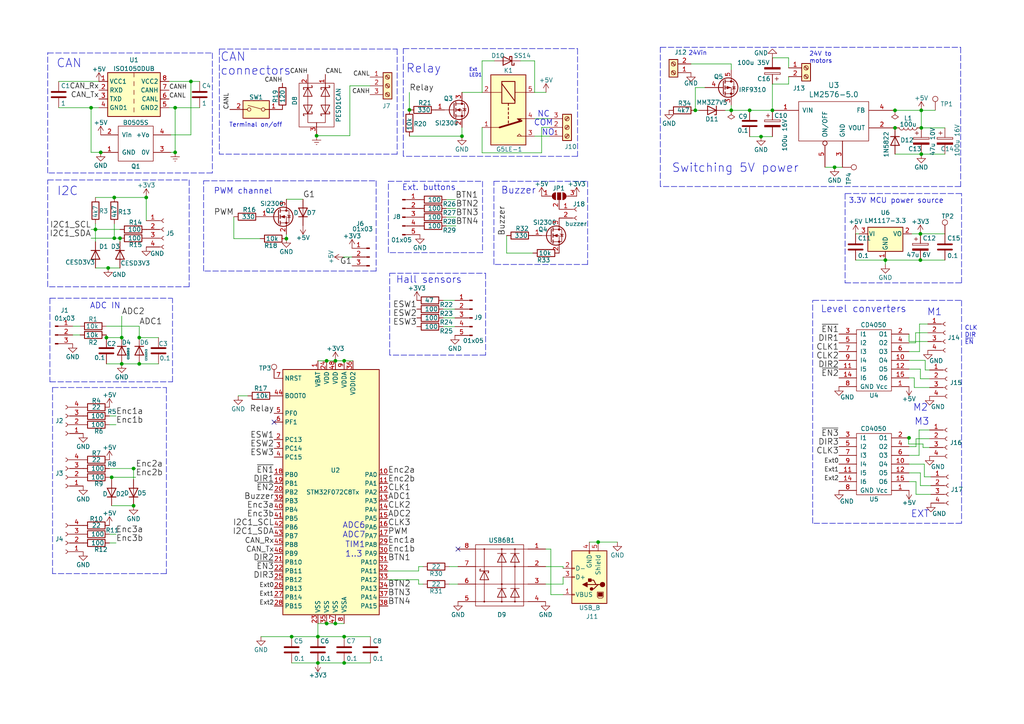
<source format=kicad_sch>
(kicad_sch (version 20211123) (generator eeschema)
  (paper "A4")
  (title_block (title "STM32F0x2 based USB<>CAN converter (isolated)") (company "SAO RAS"))
  (junction (at 35.306 97.917))
  (junction (at 266.954 67.818))
  (junction (at 266.954 75.438))
  (junction (at 84.582 184.658))
  (junction (at 99.822 192.278))
  (junction (at 26.416 31.242))
  (junction (at 267.208 37.084))
  (junction (at 38.735 135.89))
  (junction (at 256.794 75.438))
  (junction (at 217.424 32.004))
  (junction (at 263.652 127))
  (junction (at 33.147 69.088))
  (junction (at 29.21 44.196))
  (junction (at 50.8 31.242))
  (junction (at 91.821 39.37))
  (junction (at 50.8 44.196))
  (junction (at 34.798 69.088))
  (junction (at 31.369 77.724))
  (junction (at 42.418 57.277))
  (junction (at 97.282 104.648))
  (junction (at 99.822 104.648))
  (junction (at 94.742 104.648))
  (junction (at 83.058 69.215))
  (junction (at 173.482 157.226))
  (junction (at 94.742 180.848))
  (junction (at 97.282 180.848))
  (junction (at 242.062 48.514))
  (junction (at 118.745 31.877))
  (junction (at 30.861 97.917))
  (junction (at 267.208 44.704))
  (junction (at 259.588 37.084))
  (junction (at 99.822 184.658))
  (junction (at 92.202 184.658))
  (junction (at 38.735 146.685))
  (junction (at 133.985 39.497))
  (junction (at 201.676 32.004))
  (junction (at 27.686 66.548))
  (junction (at 40.386 105.537))
  (junction (at 92.202 192.278))
  (junction (at 212.09 32.004))
  (junction (at 35.306 105.537))
  (junction (at 267.208 32.004))
  (junction (at 55.372 23.622))
  (junction (at 40.386 97.917))
  (junction (at 32.385 138.43))
  (junction (at 33.147 57.277))
  (junction (at 259.588 32.004))
  (junction (at 220.726 39.624))
  (junction (at 224.028 32.004))
  (no_connect (at 132.842 159.258))
  (no_connect (at 324.104 199.009))
  (no_connect (at 79.502 122.428))
  (no_connect (at 323.85 180.848))
  (no_connect (at 323.85 187.198))
  (no_connect (at 324.104 192.659))
  (wire (pts (xy 265.176 109.601) (xy 265.176 112.395)))
  (wire (pts (xy 224.155 32.004) (xy 224.028 32.004)))
  (wire (pts (xy 30.861 97.155) (xy 30.861 97.917)))
  (wire (pts (xy 31.75 138.43) (xy 32.385 138.43)))
  (wire (pts (xy 267.208 32.004) (xy 259.588 32.004)))
  (polyline (pts (xy 278.892 87.122) (xy 278.892 151.765)))
  (wire (pts (xy 83.058 69.215) (xy 83.058 67.945)))
  (wire (pts (xy 39.37 135.89) (xy 38.735 135.89)))
  (wire (pts (xy 128.524 92.202) (xy 131.953 92.202)))
  (wire (pts (xy 157.099 44.323) (xy 139.827 44.323)))
  (wire (pts (xy 129.413 57.912) (xy 132.08 57.912)))
  (wire (pts (xy 49.53 39.116) (xy 55.372 39.116)))
  (wire (pts (xy 263.652 132.08) (xy 266.573 132.08)))
  (wire (pts (xy 266.954 140.843) (xy 270.002 140.843)))
  (wire (pts (xy 33.655 123.19) (xy 31.75 123.19)))
  (wire (pts (xy 263.652 99.441) (xy 265.557 99.441)))
  (polyline (pts (xy 140.843 79.248) (xy 140.843 102.997)))
  (wire (pts (xy 92.202 184.658) (xy 99.822 184.658)))
  (wire (pts (xy 269.113 99.06) (xy 263.652 99.06)))
  (wire (pts (xy 40.386 97.917) (xy 40.386 94.615)))
  (wire (pts (xy 267.208 44.704) (xy 259.588 44.704)))
  (wire (pts (xy 267.716 128.778) (xy 263.525 128.778)))
  (wire (pts (xy 224.028 32.004) (xy 224.028 24.384)))
  (polyline (pts (xy 13.843 50.165) (xy 13.843 15.24)))
  (polyline (pts (xy 170.434 52.578) (xy 170.434 76.708)))
  (wire (pts (xy 101.473 24.892) (xy 101.473 39.37)))
  (polyline (pts (xy 48.26 166.37) (xy 15.24 166.37)))
  (wire (pts (xy 274.066 67.818) (xy 266.954 67.818)))
  (wire (pts (xy 266.7 93.98) (xy 269.113 93.98)))
  (wire (pts (xy 264.414 67.818) (xy 266.954 67.818)))
  (wire (pts (xy 35.306 97.917) (xy 30.861 97.917)))
  (wire (pts (xy 263.652 101.981) (xy 266.7 101.981)))
  (wire (pts (xy 263.652 129.54) (xy 265.684 129.54)))
  (wire (pts (xy 242.062 48.514) (xy 239.268 48.514)))
  (wire (pts (xy 132.842 169.418) (xy 130.302 169.418)))
  (wire (pts (xy 129.413 62.992) (xy 132.207 62.992)))
  (polyline (pts (xy 59.055 52.451) (xy 109.093 52.451)))
  (wire (pts (xy 17.018 31.242) (xy 26.416 31.242)))
  (polyline (pts (xy 167.513 14.097) (xy 167.513 45.339)))
  (wire (pts (xy 49.022 31.242) (xy 50.8 31.242)))
  (polyline (pts (xy 109.093 52.451) (xy 109.093 78.613)))
  (wire (pts (xy 33.655 154.94) (xy 31.75 154.94)))
  (wire (pts (xy 42.418 57.277) (xy 42.418 64.008)))
  (wire (pts (xy 212.09 18.542) (xy 212.09 20.32)))
  (wire (pts (xy 265.557 96.52) (xy 269.113 96.52)))
  (wire (pts (xy 97.282 104.648) (xy 99.822 104.648)))
  (wire (pts (xy 67.818 62.865) (xy 67.818 69.215)))
  (polyline (pts (xy 112.649 73.279) (xy 112.649 52.578)))
  (wire (pts (xy 163.322 172.466) (xy 159.766 172.466)))
  (wire (pts (xy 121.412 169.418) (xy 121.412 168.148)))
  (wire (pts (xy 274.066 75.438) (xy 266.954 75.438)))
  (wire (pts (xy 27.686 57.277) (xy 33.147 57.277)))
  (polyline (pts (xy 235.839 87.122) (xy 278.892 87.122)))
  (wire (pts (xy 97.282 180.848) (xy 99.822 180.848)))
  (wire (pts (xy 55.372 23.622) (xy 57.912 23.622)))
  (polyline (pts (xy 15.24 112.395) (xy 48.26 112.395)))
  (wire (pts (xy 17.018 23.622) (xy 28.702 23.622)))
  (wire (pts (xy 92.202 184.658) (xy 92.202 180.848)))
  (wire (pts (xy 263.652 107.061) (xy 266.954 107.061)))
  (wire (pts (xy 67.818 69.215) (xy 75.438 69.215)))
  (wire (pts (xy 220.726 39.624) (xy 224.028 39.624)))
  (polyline (pts (xy 13.843 83.185) (xy 13.843 52.197)))
  (wire (pts (xy 212.09 32.004) (xy 212.09 30.48)))
  (wire (pts (xy 112.522 165.608) (xy 121.412 165.608)))
  (wire (pts (xy 224.028 16.764) (xy 228.727 16.764)))
  (wire (pts (xy 266.573 132.08) (xy 266.573 124.714)))
  (wire (pts (xy 266.7 101.981) (xy 266.7 93.98)))
  (wire (pts (xy 45.974 97.917) (xy 40.386 97.917)))
  (wire (pts (xy 30.861 105.537) (xy 35.306 105.537)))
  (wire (pts (xy 265.684 139.7) (xy 265.684 143.383)))
  (wire (pts (xy 249.174 67.818) (xy 248.158 67.818)))
  (wire (pts (xy 200.406 18.542) (xy 212.09 18.542)))
  (wire (pts (xy 121.412 164.338) (xy 122.682 164.338)))
  (wire (pts (xy 244.348 48.514) (xy 242.062 48.514)))
  (wire (pts (xy 94.742 104.648) (xy 97.282 104.648)))
  (wire (pts (xy 228.727 22.225) (xy 228.727 24.384)))
  (wire (pts (xy 201.676 25.4) (xy 204.47 25.4)))
  (wire (pts (xy 129.413 65.532) (xy 132.207 65.532)))
  (wire (pts (xy 159.385 36.957) (xy 157.099 36.957)))
  (polyline (pts (xy 61.595 50.165) (xy 13.843 50.165)))
  (wire (pts (xy 122.682 169.418) (xy 121.412 169.418)))
  (polyline (pts (xy 14.478 86.487) (xy 49.911 86.487)))
  (polyline (pts (xy 170.434 76.708) (xy 143.256 76.708)))
  (polyline (pts (xy 61.595 15.367) (xy 61.595 50.165)))
  (wire (pts (xy 133.985 39.497) (xy 133.985 36.957)))
  (wire (pts (xy 157.099 36.957) (xy 157.099 44.323)))
  (wire (pts (xy 49.022 23.622) (xy 55.372 23.622)))
  (wire (pts (xy 146.939 73.406) (xy 146.939 68.326)))
  (wire (pts (xy 32.385 138.43) (xy 32.385 139.065)))
  (polyline (pts (xy 59.055 78.613) (xy 59.055 52.451)))
  (wire (pts (xy 263.525 127) (xy 263.652 127)))
  (wire (pts (xy 263.652 139.7) (xy 265.684 139.7)))
  (polyline (pts (xy 139.954 73.279) (xy 112.649 73.279)))
  (wire (pts (xy 163.322 164.846) (xy 163.322 164.338)))
  (polyline (pts (xy 15.24 166.37) (xy 15.24 112.395)))
  (wire (pts (xy 274.066 37.084) (xy 267.208 37.084)))
  (polyline (pts (xy 191.516 13.716) (xy 278.638 13.716)))
  (wire (pts (xy 263.652 137.16) (xy 266.954 137.16)))
  (wire (pts (xy 55.372 39.116) (xy 55.372 23.622)))
  (wire (pts (xy 35.306 97.917) (xy 35.306 91.694)))
  (wire (pts (xy 163.322 164.338) (xy 158.242 164.338)))
  (wire (pts (xy 173.482 157.226) (xy 179.07 157.226)))
  (polyline (pts (xy 63.627 14.224) (xy 115.189 14.224)))
  (wire (pts (xy 33.147 64.897) (xy 33.147 69.088)))
  (wire (pts (xy 32.385 138.43) (xy 39.37 138.43)))
  (wire (pts (xy 27.686 66.548) (xy 34.798 66.548)))
  (polyline (pts (xy 115.189 44.704) (xy 63.627 44.704)))
  (wire (pts (xy 27.686 66.548) (xy 27.686 70.104)))
  (polyline (pts (xy 139.954 52.578) (xy 139.954 73.279)))
  (polyline (pts (xy 14.478 110.744) (xy 50.038 110.744)))
  (wire (pts (xy 201.676 32.004) (xy 201.676 25.4)))
  (wire (pts (xy 35.306 105.537) (xy 40.386 105.537)))
  (wire (pts (xy 139.827 26.797) (xy 133.985 26.797)))
  (wire (pts (xy 154.559 73.406) (xy 146.939 73.406)))
  (wire (pts (xy 263.652 109.601) (xy 265.176 109.601)))
  (wire (pts (xy 71.882 114.808) (xy 69.088 114.808)))
  (wire (pts (xy 31.369 77.724) (xy 34.798 77.724)))
  (wire (pts (xy 131.953 87.122) (xy 128.524 87.122)))
  (wire (pts (xy 265.684 129.54) (xy 265.684 127.254)))
  (wire (pts (xy 29.21 44.196) (xy 26.416 44.196)))
  (wire (pts (xy 33.655 157.48) (xy 31.75 157.48)))
  (wire (pts (xy 92.202 180.848) (xy 94.742 180.848)))
  (wire (pts (xy 267.716 129.794) (xy 267.716 128.778)))
  (wire (pts (xy 118.745 39.497) (xy 133.985 39.497)))
  (wire (pts (xy 91.821 39.37) (xy 101.473 39.37)))
  (polyline (pts (xy 140.843 102.997) (xy 113.03 102.997)))
  (wire (pts (xy 265.684 127.254) (xy 269.621 127.254)))
  (wire (pts (xy 99.822 184.658) (xy 107.442 184.658)))
  (polyline (pts (xy 54.864 52.197) (xy 54.864 83.185)))
  (polyline (pts (xy 14.478 86.487) (xy 14.478 110.744)))
  (polyline (pts (xy 116.967 14.097) (xy 167.513 14.097)))
  (wire (pts (xy 270.002 138.303) (xy 268.097 138.303)))
  (polyline (pts (xy 13.843 15.367) (xy 61.595 15.367)))
  (wire (pts (xy 21.082 94.615) (xy 23.241 94.615)))
  (wire (pts (xy 130.302 164.338) (xy 132.842 164.338)))
  (wire (pts (xy 210.312 32.004) (xy 212.09 32.004)))
  (wire (pts (xy 33.147 69.088) (xy 34.798 69.088)))
  (wire (pts (xy 163.322 169.418) (xy 163.322 167.386)))
  (wire (pts (xy 34.798 70.104) (xy 34.798 69.088)))
  (wire (pts (xy 128.524 94.742) (xy 131.953 94.742)))
  (wire (pts (xy 256.794 75.438) (xy 266.954 75.438)))
  (wire (pts (xy 33.147 69.088) (xy 26.416 69.088)))
  (wire (pts (xy 155.067 34.417) (xy 159.385 34.417)))
  (wire (pts (xy 57.912 31.242) (xy 50.8 31.242)))
  (wire (pts (xy 217.424 32.004) (xy 224.028 32.004)))
  (wire (pts (xy 107.442 192.278) (xy 99.822 192.278)))
  (polyline (pts (xy 113.03 79.248) (xy 140.843 79.248)))
  (wire (pts (xy 33.147 57.277) (xy 42.418 57.277)))
  (wire (pts (xy 266.954 109.855) (xy 269.621 109.855)))
  (wire (pts (xy 228.727 24.384) (xy 224.028 24.384)))
  (polyline (pts (xy 235.712 151.765) (xy 235.712 87.122)))
  (wire (pts (xy 87.884 57.785) (xy 83.058 57.785)))
  (wire (pts (xy 217.424 39.624) (xy 220.726 39.624)))
  (wire (pts (xy 143.383 17.653) (xy 139.827 17.653)))
  (wire (pts (xy 38.735 135.89) (xy 31.75 135.89)))
  (wire (pts (xy 266.573 124.714) (xy 269.621 124.714)))
  (wire (pts (xy 84.582 192.278) (xy 92.202 192.278)))
  (wire (pts (xy 267.208 37.084) (xy 267.208 32.004)))
  (wire (pts (xy 158.242 169.418) (xy 163.322 169.418)))
  (wire (pts (xy 84.582 184.658) (xy 92.202 184.658)))
  (polyline (pts (xy 50.038 110.744) (xy 50.038 86.487)))
  (wire (pts (xy 32.385 146.685) (xy 38.735 146.685)))
  (polyline (pts (xy 48.26 112.395) (xy 48.26 166.37)))
  (polyline (pts (xy 54.864 83.185) (xy 13.843 83.185)))
  (polyline (pts (xy 278.638 54.102) (xy 191.516 54.102)))
  (wire (pts (xy 263.525 128.778) (xy 263.525 127)))
  (wire (pts (xy 265.557 99.441) (xy 265.557 96.52)))
  (polyline (pts (xy 245.11 82.042) (xy 278.892 82.042)))
  (polyline (pts (xy 13.843 52.197) (xy 54.864 52.197)))
  (wire (pts (xy 155.067 26.797) (xy 158.369 26.797)))
  (wire (pts (xy 170.942 157.226) (xy 173.482 157.226)))
  (wire (pts (xy 268.351 107.315) (xy 269.621 107.315)))
  (wire (pts (xy 121.412 168.148) (xy 112.522 168.148)))
  (polyline (pts (xy 143.256 52.578) (xy 170.434 52.578)))
  (wire (pts (xy 33.655 120.65) (xy 31.75 120.65)))
  (polyline (pts (xy 113.03 102.997) (xy 113.03 79.248)))
  (wire (pts (xy 118.745 31.877) (xy 118.745 26.797)))
  (wire (pts (xy 121.412 165.608) (xy 121.412 164.338)))
  (wire (pts (xy 92.202 192.278) (xy 99.822 192.278)))
  (wire (pts (xy 50.8 31.242) (xy 50.8 44.196)))
  (wire (pts (xy 75.692 184.658) (xy 84.582 184.658)))
  (wire (pts (xy 26.416 66.548) (xy 27.686 66.548)))
  (wire (pts (xy 50.8 44.196) (xy 49.53 44.196)))
  (polyline (pts (xy 167.513 45.339) (xy 116.967 45.339)))
  (polyline (pts (xy 112.649 52.578) (xy 139.954 52.578)))
  (wire (pts (xy 40.386 94.615) (xy 30.861 94.615)))
  (wire (pts (xy 228.727 16.764) (xy 228.727 19.685)))
  (wire (pts (xy 263.652 99.06) (xy 263.652 96.901)))
  (wire (pts (xy 27.686 64.897) (xy 27.686 66.548)))
  (wire (pts (xy 129.413 60.452) (xy 132.207 60.452)))
  (wire (pts (xy 128.524 89.662) (xy 131.953 89.662)))
  (wire (pts (xy 212.09 32.004) (xy 217.424 32.004)))
  (wire (pts (xy 159.766 172.466) (xy 159.766 159.258)))
  (polyline (pts (xy 278.892 151.765) (xy 235.712 151.765)))
  (wire (pts (xy 158.242 159.258) (xy 159.766 159.258)))
  (wire (pts (xy 21.082 97.155) (xy 23.241 97.155)))
  (wire (pts (xy 248.158 75.438) (xy 256.794 75.438)))
  (wire (pts (xy 99.822 104.648) (xy 102.362 104.648)))
  (wire (pts (xy 27.686 77.724) (xy 31.369 77.724)))
  (wire (pts (xy 268.351 104.521) (xy 268.351 107.315)))
  (wire (pts (xy 159.385 39.497) (xy 155.067 39.497)))
  (wire (pts (xy 267.208 44.704) (xy 274.066 44.704)))
  (wire (pts (xy 40.386 105.537) (xy 45.974 105.537)))
  (polyline (pts (xy 191.516 54.102) (xy 191.516 13.716)))
  (wire (pts (xy 267.716 129.794) (xy 269.621 129.794)))
  (wire (pts (xy 265.176 112.395) (xy 269.621 112.395)))
  (wire (pts (xy 26.416 31.242) (xy 28.702 31.242)))
  (wire (pts (xy 92.202 104.648) (xy 94.742 104.648)))
  (wire (pts (xy 155.067 17.653) (xy 151.003 17.653)))
  (polyline (pts (xy 116.967 45.339) (xy 116.967 14.097)))
  (wire (pts (xy 268.097 134.62) (xy 263.652 134.62)))
  (wire (pts (xy 139.827 44.323) (xy 139.827 36.957)))
  (wire (pts (xy 266.954 137.16) (xy 266.954 140.843)))
  (wire (pts (xy 94.742 180.848) (xy 97.282 180.848)))
  (polyline (pts (xy 109.093 78.613) (xy 59.055 78.613)))
  (polyline (pts (xy 278.892 82.042) (xy 278.892 56.134)))
  (polyline (pts (xy 143.256 76.708) (xy 143.256 52.578)))
  (wire (pts (xy 155.067 26.797) (xy 155.067 17.653)))
  (polyline (pts (xy 63.627 14.224) (xy 63.627 44.704)))
  (wire (pts (xy 202.692 32.004) (xy 201.676 32.004)))
  (polyline (pts (xy 245.11 56.134) (xy 245.11 82.042)))
  (wire (pts (xy 99.568 74.549) (xy 102.108 74.549)))
  (wire (pts (xy 107.315 24.892) (xy 101.473 24.892)))
  (wire (pts (xy 266.954 107.061) (xy 266.954 109.855)))
  (wire (pts (xy 263.652 104.521) (xy 268.351 104.521)))
  (wire (pts (xy 268.097 138.303) (xy 268.097 134.62)))
  (wire (pts (xy 265.684 143.383) (xy 270.002 143.383)))
  (polyline (pts (xy 115.189 14.224) (xy 115.189 44.704)))
  (wire (pts (xy 38.735 139.065) (xy 38.735 135.89)))
  (polyline (pts (xy 278.892 56.134) (xy 245.11 56.134)))
  (wire (pts (xy 256.794 76.708) (xy 256.794 75.438)))
  (wire (pts (xy 139.827 17.653) (xy 139.827 26.797)))
  (polyline (pts (xy 278.638 13.716) (xy 278.638 54.102)))
  (wire (pts (xy 26.416 44.196) (xy 26.416 31.242)))
  (wire (pts (xy 271.272 32.004) (xy 267.208 32.004)))
  (text "24V to\nmotors" (at 234.696 18.542 0) (effects (font (size 1.27 1.27)) (justify left bottom)))
  (text "CLK\nDIR\n~{EN}" (at 279.781 100.076 0) (effects (font (size 1.27 1.27)) (justify left bottom)))
  (text "Switching 5V power" (at 194.818 50.292 0) (effects (font (size 2.4892 2.4892)) (justify left bottom)))
  (text "PWM channel" (at 61.976 56.515 0) (effects (font (size 1.7018 1.7018)) (justify left bottom)))
  (text "Buzzer" (at 145.288 56.515 0) (effects (font (size 2.0066 2.0066)) (justify left bottom)))
  (text "NC" (at 155.829 34.163 0) (effects (font (size 1.7018 1.7018)) (justify left bottom)))
  (text "TIM1\n1..3" (at 100.076 161.798 0) (effects (font (size 1.7018 1.7018)) (justify left bottom)))
  (text "M2" (at 264.795 119.507 0) (effects (font (size 2.0066 2.0066)) (justify left bottom)))
  (text "CAN" (at 23.749 19.939 180) (effects (font (size 2.4892 2.4892)) (justify right bottom)))
  (text "3.3V MCU power source" (at 246.126 59.182 0) (effects (font (size 1.524 1.524)) (justify left bottom)))
  (text "CAN\nconnectors" (at 63.881 22.098 0) (effects (font (size 2.4892 2.4892)) (justify left bottom)))
  (text "Level converters" (at 237.998 90.932 0) (effects (font (size 2.0066 2.0066)) (justify left bottom)))
  (text "M1" (at 268.859 91.821 0) (effects (font (size 2.0066 2.0066)) (justify left bottom)))
  (text "NO" (at 157.099 39.497 0) (effects (font (size 1.7018 1.7018)) (justify left bottom)))
  (text "COM" (at 154.813 36.703 0) (effects (font (size 1.7018 1.7018)) (justify left bottom)))
  (text "Ext. buttons" (at 116.586 55.499 0) (effects (font (size 1.7018 1.7018)) (justify left bottom)))
  (text "24Vin" (at 199.644 16.256 0) (effects (font (size 1.27 1.27)) (justify left bottom)))
  (text "Ext\nLED1" (at 136.017 22.479 0) (effects (font (size 0.9906 0.9906)) (justify left bottom)))
  (text "I2C" (at 22.733 57.023 180) (effects (font (size 2.4892 2.4892)) (justify right bottom)))
  (text "ADC6\nADC7" (at 99.314 156.21 0) (effects (font (size 1.7018 1.7018)) (justify left bottom)))
  (text "ADC IN" (at 26.035 89.789 0) (effects (font (size 1.7018 1.7018)) (justify left bottom)))
  (text "Hall sensors" (at 114.808 82.423 0) (effects (font (size 2.0066 2.0066)) (justify left bottom)))
  (text "Terminal on/off" (at 66.421 37.084 0) (effects (font (size 1.27 1.27)) (justify left bottom)))
  (text "EXT" (at 264.16 150.368 0) (effects (font (size 2.0066 2.0066)) (justify left bottom)))
  (text "Relay" (at 117.729 21.463 0) (effects (font (size 2.4892 2.4892)) (justify left bottom)))
  (text "M3" (at 265.176 123.571 0) (effects (font (size 2.0066 2.0066)) (justify left bottom)))
  (label "BTN1" (at 132.08 57.912 0) (effects (font (size 1.7018 1.7018))))
  (label "CLK2" (at 243.332 104.521 180) (effects (font (size 1.7018 1.7018))))
  (label "DIR1" (at 243.332 99.441 180) (effects (font (size 1.7018 1.7018))))
  (label "DIR2" (at 79.502 163.068 180) (effects (font (size 1.7018 1.7018))))
  (label "G1" (at 102.108 77.089 180) (effects (font (size 1.7018 1.7018))))
  (label "ADC2" (at 112.522 150.368 0) (effects (font (size 1.7018 1.7018))))
  (label "BTN3" (at 112.522 173.228 0) (effects (font (size 1.7018 1.7018))))
  (label "DIR2" (at 243.332 107.061 180) (effects (font (size 1.7018 1.7018))))
  (label "DIR3" (at 243.332 129.54 180) (effects (font (size 1.7018 1.7018))))
  (label "~{EN1}" (at 79.502 137.668 180) (effects (font (size 1.7018 1.7018))))
  (label "CANL" (at 94.361 21.59 0))
  (label "CLK2" (at 112.522 147.828 0) (effects (font (size 1.7018 1.7018))))
  (label "DIR3" (at 79.502 168.148 180) (effects (font (size 1.7018 1.7018))))
  (label "~{EN3}" (at 79.502 165.608 180) (effects (font (size 1.7018 1.7018))))
  (label "CAN_Rx" (at 28.702 26.162 180) (effects (font (size 1.524 1.524))))
  (label "Enc3b" (at 33.655 157.48 0) (effects (font (size 1.7018 1.7018))))
  (label "~{EN1}" (at 243.332 96.901 180) (effects (font (size 1.7018 1.7018))))
  (label "ESW2" (at 120.904 92.202 180) (effects (font (size 1.7018 1.7018))))
  (label "BTN2" (at 112.522 170.688 0) (effects (font (size 1.7018 1.7018))))
  (label "BTN4" (at 132.207 65.532 0) (effects (font (size 1.7018 1.7018))))
  (label "CLK1" (at 112.522 142.748 0) (effects (font (size 1.7018 1.7018))))
  (label "ESW1" (at 120.904 89.662 180) (effects (font (size 1.7018 1.7018))))
  (label "CAN_Tx" (at 28.702 28.702 180) (effects (font (size 1.524 1.524))))
  (label "Relay" (at 118.745 26.797 0) (effects (font (size 1.7018 1.7018))))
  (label "CANH" (at 107.315 27.432 180))
  (label "ESW3" (at 120.904 94.742 180) (effects (font (size 1.7018 1.7018))))
  (label "CAN_Rx" (at 79.502 157.988 180) (effects (font (size 1.524 1.524))))
  (label "I2C1_SDA" (at 26.416 69.088 180) (effects (font (size 1.7018 1.7018))))
  (label "Enc1b" (at 33.655 123.19 0) (effects (font (size 1.7018 1.7018))))
  (label "ADC1" (at 40.386 94.615 0) (effects (font (size 1.7018 1.7018))))
  (label "Ext0" (at 79.502 170.688 180))
  (label "CANH" (at 89.281 21.59 180))
  (label "CLK1" (at 243.332 101.981 180) (effects (font (size 1.7018 1.7018))))
  (label "~{EN2}" (at 79.502 142.748 180) (effects (font (size 1.7018 1.7018))))
  (label "~{EN2}" (at 243.332 109.601 180) (effects (font (size 1.7018 1.7018))))
  (label "BTN2" (at 132.207 60.452 0) (effects (font (size 1.7018 1.7018))))
  (label "Enc2a" (at 39.37 135.89 0) (effects (font (size 1.7018 1.7018))))
  (label "PWM" (at 112.522 155.448 0) (effects (font (size 1.7018 1.7018))))
  (label "Enc1a" (at 112.522 157.988 0) (effects (font (size 1.7018 1.7018))))
  (label "CAN_Tx" (at 79.502 160.528 180) (effects (font (size 1.524 1.524))))
  (label "I2C1_SCL" (at 26.416 66.548 180) (effects (font (size 1.7018 1.7018))))
  (label "~{EN3}" (at 243.332 127 180) (effects (font (size 1.7018 1.7018))))
  (label "CANL" (at 66.675 31.75 90))
  (label "ESW2" (at 79.502 130.048 180) (effects (font (size 1.7018 1.7018))))
  (label "BTN3" (at 132.207 62.992 0) (effects (font (size 1.7018 1.7018))))
  (label "DIR1" (at 79.502 140.208 180) (effects (font (size 1.7018 1.7018))))
  (label "CANH" (at 81.915 24.13 180))
  (label "ESW3" (at 79.502 132.588 180) (effects (font (size 1.7018 1.7018))))
  (label "I2C1_SDA" (at 79.502 155.448 180) (effects (font (size 1.7018 1.7018))))
  (label "BTN4" (at 112.522 175.768 0) (effects (font (size 1.7018 1.7018))))
  (label "CANL" (at 49.022 28.702 0))
  (label "ADC1" (at 112.522 145.288 0) (effects (font (size 1.7018 1.7018))))
  (label "CANL" (at 107.315 22.352 180))
  (label "Relay" (at 79.502 119.888 180) (effects (font (size 1.7018 1.7018))))
  (label "Ext0" (at 243.332 134.62 180))
  (label "ESW1" (at 79.502 127.508 180) (effects (font (size 1.7018 1.7018))))
  (label "BTN1" (at 112.522 163.068 0) (effects (font (size 1.7018 1.7018))))
  (label "Enc2b" (at 39.37 138.43 0) (effects (font (size 1.7018 1.7018))))
  (label "Ext2" (at 243.332 139.7 180))
  (label "Ext1" (at 79.502 173.228 180))
  (label "Enc2a" (at 112.522 137.668 0) (effects (font (size 1.7018 1.7018))))
  (label "Buzzer" (at 146.939 68.326 90) (effects (font (size 1.7018 1.7018))))
  (label "Ext1" (at 243.332 137.16 180))
  (label "Enc1b" (at 112.522 160.528 0) (effects (font (size 1.7018 1.7018))))
  (label "Enc1a" (at 33.655 120.65 0) (effects (font (size 1.7018 1.7018))))
  (label "Enc3b" (at 79.502 150.368 180) (effects (font (size 1.7018 1.7018))))
  (label "CLK3" (at 112.522 152.908 0) (effects (font (size 1.7018 1.7018))))
  (label "Enc2b" (at 112.522 140.208 0) (effects (font (size 1.7018 1.7018))))
  (label "Buzzer" (at 79.502 145.288 180) (effects (font (size 1.7018 1.7018))))
  (label "PWM" (at 67.818 62.865 180) (effects (font (size 1.7018 1.7018))))
  (label "I2C1_SCL" (at 79.502 152.908 180) (effects (font (size 1.7018 1.7018))))
  (label "Enc3a" (at 33.655 154.94 0) (effects (font (size 1.7018 1.7018))))
  (label "G1" (at 87.884 57.785 0) (effects (font (size 1.7018 1.7018))))
  (label "ADC2" (at 35.306 91.694 0) (effects (font (size 1.7018 1.7018))))
  (label "CLK3" (at 243.332 132.08 180) (effects (font (size 1.7018 1.7018))))
  (label "Ext2" (at 79.502 175.768 180))
  (label "Enc3a" (at 79.502 147.828 180) (effects (font (size 1.7018 1.7018))))
  (label "CANH" (at 49.022 26.162 0))
  (symbol (lib_id "stm32-rescue:C") (at 84.582 188.468 0) (unit 1)
    (property "Reference" "C5" (at 85.217 185.928 0) (effects (justify left)))
    (property "Value" "0.1" (at 85.217 191.008 0) (effects (justify left)))
    (property "Footprint" "Capacitor_SMD:C_0603_1608Metric_Pad1.05x0.95mm_HandSolder" (effects hide))
  )
  (symbol (lib_id "stm32-rescue:+5V") (at 248.158 67.818 0) (unit 1)
    (property "Reference" "#PWR039" (effects hide))
    (property "Value" "+5V" (at 248.158 64.262 0))
  )
  (symbol (lib_id "power:GND") (at 256.794 76.708 0) (unit 1)
    (property "Reference" "#PWR040" (effects hide))
    (property "Value" "GND" (at 256.794 80.518 0))
  )
  (symbol (lib_id "stm32-rescue:CP") (at 266.954 71.628 0) (unit 1)
    (property "Reference" "C12" (at 267.589 69.088 0) (effects (justify left)))
    (property "Value" "47u 6V" (at 262.89 73.914 0) (effects (justify left)))
    (property "Footprint" "Capacitor_Tantalum_SMD:CP_EIA-3216-18_Kemet-A_Pad1.58x1.35mm_HandSolder" (effects hide))
  )
  (symbol (lib_id "power:+3.3V") (at 266.954 67.818 0) (unit 1)
    (property "Reference" "#PWR043" (effects hide))
    (property "Value" "+3.3V" (at 266.954 64.262 0))
  )
  (symbol (lib_id "elements:PESD1CAN") (at 94.361 29.21 270) (unit 1)
    (property "Reference" "D8" (at 85.471 29.21 0))
    (property "Value" "PESD1CAN" (at 98.171 30.48 0))
    (property "Footprint" "Package_TO_SOT_SMD:SOT-23" (effects hide))
  )
  (symbol (lib_id "stm32-rescue:R") (at 81.915 27.94 180) (unit 1)
    (property "Reference" "R19" (at 79.883 27.94 90))
    (property "Value" "120" (at 81.915 27.94 90))
    (property "Footprint" "Resistor_SMD:R_1210_3225Metric_Pad1.42x2.65mm_HandSolder" (effects hide))
  )
  (symbol (lib_id "stm32-rescue:C") (at 92.202 188.468 0) (unit 1)
    (property "Reference" "C6" (at 92.837 185.928 0) (effects (justify left)))
    (property "Value" "0.1" (at 92.837 191.008 0) (effects (justify left)))
    (property "Footprint" "Capacitor_SMD:C_0603_1608Metric_Pad1.05x0.95mm_HandSolder" (effects hide))
  )
  (symbol (lib_id "stm32-rescue:C") (at 99.822 188.468 0) (unit 1)
    (property "Reference" "C7" (at 100.457 185.928 0) (effects (justify left)))
    (property "Value" "0.1" (at 100.457 191.008 0) (effects (justify left)))
    (property "Footprint" "Capacitor_SMD:C_0603_1608Metric_Pad1.05x0.95mm_HandSolder" (effects hide))
  )
  (symbol (lib_id "elements:USB6B1") (at 145.542 166.878 0) (mirror y) (unit 1)
    (property "Reference" "D9" (at 145.542 178.308 0))
    (property "Value" "USB6B1" (at 145.542 156.718 0))
    (property "Footprint" "Package_SO:SOIC-8_3.9x4.9mm_P1.27mm" (effects hide))
  )
  (symbol (lib_id "power:+3.3V") (at 92.202 192.278 180) (unit 1)
    (property "Reference" "#PWR020" (effects hide))
    (property "Value" "+3.3V" (at 92.202 195.834 0))
  )
  (symbol (lib_id "power:GND") (at 75.692 184.658 0) (unit 1)
    (property "Reference" "#PWR017" (effects hide))
    (property "Value" "GND" (at 75.692 188.468 0))
  )
  (symbol (lib_id "power:GND") (at 132.842 174.498 0) (unit 1)
    (property "Reference" "#PWR026" (effects hide))
    (property "Value" "GND" (at 132.842 178.308 0))
  )
  (symbol (lib_id "stm32-rescue:C") (at 107.442 188.468 0) (unit 1)
    (property "Reference" "C8" (at 108.077 185.928 0) (effects (justify left)))
    (property "Value" "0.1" (at 108.077 191.008 0) (effects (justify left)))
    (property "Footprint" "Capacitor_SMD:C_0603_1608Metric_Pad1.05x0.95mm_HandSolder" (effects hide))
  )
  (symbol (lib_id "stm32-rescue:PWR_FLAG") (at 259.588 32.004 180) (unit 1)
    (property "Reference" "#FLG02" (effects hide))
    (property "Value" "PWR_FLAG" (effects hide))
  )
  (symbol (lib_id "power:GND") (at 158.242 174.498 0) (unit 1)
    (property "Reference" "#PWR028" (effects hide))
    (property "Value" "GND" (at 158.242 178.308 0))
  )
  (symbol (lib_id "stm32-rescue:CONN_01X01") (at 328.93 180.848 0) (unit 1)
    (property "Reference" "P1" (at 328.93 178.308 0))
    (property "Value" "Hole" (at 331.47 180.848 90))
    (property "Footprint" "my_footprints:Hole_3mm" (effects hide))
  )
  (symbol (lib_id "stm32-rescue:CONN_01X01") (at 328.93 187.198 0) (unit 1)
    (property "Reference" "P2" (at 328.93 184.658 0))
    (property "Value" "Hole" (at 331.47 187.198 90))
    (property "Footprint" "my_footprints:Hole_3mm" (effects hide))
  )
  (symbol (lib_id "stm32-rescue:R") (at 126.492 164.338 270) (unit 1)
    (property "Reference" "R30" (at 126.492 166.37 90))
    (property "Value" "22" (at 126.492 164.338 90))
    (property "Footprint" "Resistor_SMD:R_0603_1608Metric_Pad1.05x0.95mm_HandSolder" (effects hide))
  )
  (symbol (lib_id "stm32-rescue:R") (at 126.492 169.418 270) (unit 1)
    (property "Reference" "R31" (at 126.492 171.45 90))
    (property "Value" "22" (at 126.492 169.418 90))
    (property "Footprint" "Resistor_SMD:R_0603_1608Metric_Pad1.05x0.95mm_HandSolder" (effects hide))
  )
  (symbol (lib_id "elements:B0505S") (at 39.37 41.656 0) (unit 1)
    (property "Reference" "Q1" (at 39.37 48.26 0))
    (property "Value" "B0505S" (at 39.37 35.56 0))
    (property "Footprint" "my_footprints:B0x0xS" (effects hide))
  )
  (symbol (lib_id "Connector:USB_B") (at 170.942 167.386 180) (unit 1)
    (property "Reference" "J11" (at 169.926 178.816 0) (effects (justify right)))
    (property "Value" "USB_B" (at 167.894 176.276 0) (effects (justify right)))
    (property "Footprint" "Connector_USB:USB_B_OST_USB-B1HSxx_Horizontal" (effects hide))
    (property "Datasheet" " ~" (effects hide))
  )
  (symbol (lib_id "power:GND") (at 179.07 157.226 0) (unit 1)
    (property "Reference" "#PWR031" (effects hide))
    (property "Value" "GND" (at 179.07 161.036 0))
  )
  (symbol (lib_id "MCU_ST_STM32F0:STM32F072C8Tx") (at 97.282 142.748 0) (unit 1)
    (property "Reference" "U2" (at 97.282 136.398 0))
    (property "Value" "STM32F072C8Tx" (at 96.52 142.748 0))
    (property "Footprint" "Package_QFP:LQFP-48_7x7mm_P0.5mm" (effects hide))
    (property "Datasheet" "http://www.st.com/st-web-ui/static/active/en/resource/technical/document/datasheet/DM00090510.pdf" (effects hide))
  )
  (symbol (lib_id "power:+3.3V") (at 97.282 104.648 0) (unit 1)
    (property "Reference" "#PWR021" (effects hide))
    (property "Value" "+3.3V" (at 97.282 101.092 0))
  )
  (symbol (lib_id "Connector:Screw_Terminal_01x03") (at 112.395 24.892 0) (unit 1)
    (property "Reference" "J7" (at 110.871 30.734 0) (effects (justify left)))
    (property "Value" "Screw_Terminal_01x03" (effects hide))
    (property "Footprint" "TerminalBlock_Phoenix:TerminalBlock_Phoenix_MKDS-1,5-3_1x03_P5.00mm_Horizontal" (effects hide))
  )
  (symbol (lib_id "stm32-rescue:C") (at 274.066 71.628 0) (unit 1)
    (property "Reference" "C15" (at 274.701 69.088 0) (effects (justify left)))
    (property "Value" "0.1" (at 274.701 74.168 0) (effects (justify left)))
    (property "Footprint" "Capacitor_SMD:C_0603_1608Metric_Pad1.05x0.95mm_HandSolder" (effects hide))
  )
  (symbol (lib_id "Switch:SW_DIP_x01") (at 74.295 31.75 0) (mirror y) (unit 1)
    (property "Reference" "SW1" (at 74.295 28.194 0))
    (property "Value" "SW_DIP_x01" (effects hide))
    (property "Footprint" "Button_Switch_THT:SW_DIP_SPSTx01_Slide_6.7x4.1mm_W7.62mm_P2.54mm_LowProfile" (effects hide))
  )
  (symbol (lib_id "stm32-rescue:+5V") (at 29.21 39.116 0) (unit 1)
    (property "Reference" "#PWR06" (effects hide))
    (property "Value" "+5V" (at 29.21 35.56 0))
  )
  (symbol (lib_id "stm32-rescue:+5V") (at 28.702 23.622 0) (unit 1)
    (property "Reference" "#PWR05" (effects hide))
    (property "Value" "+5V" (at 28.702 20.066 0))
  )
  (symbol (lib_id "stm32-rescue:+5V") (at 267.208 32.004 0) (unit 1)
    (property "Reference" "#PWR044" (effects hide))
    (property "Value" "+5V" (at 267.208 28.448 0))
  )
  (symbol (lib_id "Regulator_Linear:LM1117-3.3") (at 256.794 67.818 0) (unit 1)
    (property "Reference" "U6" (at 256.794 61.6712 0))
    (property "Value" "LM1117-3.3" (at 256.794 63.9826 0))
    (property "Footprint" "Package_TO_SOT_SMD:SOT-223-3_TabPin2" (effects hide))
    (property "Datasheet" "http://www.ti.com/lit/ds/symlink/lm1117.pdf" (effects hide))
  )
  (symbol (lib_id "stm32-rescue:C") (at 248.158 71.628 0) (unit 1)
    (property "Reference" "C11" (at 248.793 69.088 0) (effects (justify left)))
    (property "Value" "0.1" (at 248.793 74.168 0) (effects (justify left)))
    (property "Footprint" "Capacitor_SMD:C_0603_1608Metric_Pad1.05x0.95mm_HandSolder" (effects hide))
  )
  (symbol (lib_id "stm32-rescue:C") (at 57.912 27.432 0) (unit 1)
    (property "Reference" "C4" (at 58.547 24.892 0) (effects (justify left)))
    (property "Value" "1" (at 58.547 29.972 0) (effects (justify left)))
    (property "Footprint" "Capacitor_SMD:C_0805_2012Metric_Pad1.15x1.40mm_HandSolder" (effects hide))
  )
  (symbol (lib_id "stm32-rescue:C") (at 17.018 27.432 0) (unit 1)
    (property "Reference" "C1" (at 17.653 24.892 0) (effects (justify left)))
    (property "Value" "1" (at 17.653 29.972 0) (effects (justify left)))
    (property "Footprint" "Capacitor_SMD:C_0805_2012Metric_Pad1.15x1.40mm_HandSolder" (effects hide))
  )
  (symbol (lib_id "power:Earth") (at 91.821 39.37 0) (unit 1)
    (property "Reference" "#PWR019" (effects hide))
    (property "Value" "Earth" (effects hide))
  )
  (symbol (lib_id "power:Earth") (at 50.8 44.196 0) (unit 1)
    (property "Reference" "#PWR015" (effects hide))
    (property "Value" "Earth" (effects hide))
  )
  (symbol (lib_id "power:GND") (at 29.21 44.196 0) (unit 1)
    (property "Reference" "#PWR07" (effects hide))
    (property "Value" "GND" (at 29.21 48.006 0))
  )
  (symbol (lib_id "Connector:Screw_Terminal_01x02") (at 195.326 21.082 180) (unit 1)
    (property "Reference" "J12" (at 197.4088 15.1638 0))
    (property "Value" "Screw_Terminal_01x02" (effects hide))
    (property "Footprint" "TerminalBlock_Phoenix:TerminalBlock_Phoenix_MKDS-1,5-2_1x02_P5.00mm_Horizontal" (effects hide))
  )
  (symbol (lib_id "Device:D_Zener") (at 206.502 32.004 180) (unit 1)
    (property "Reference" "D11" (at 206.502 34.544 0))
    (property "Value" "MM3Z7V5" (at 206.502 29.718 0))
    (property "Footprint" "Diode_SMD:D_0805_2012Metric_Pad1.15x1.40mm_HandSolder" (effects hide))
  )
  (symbol (lib_id "Device:R") (at 197.866 32.004 270) (unit 1)
    (property "Reference" "R34" (at 196.596 29.972 90) (effects (justify left)))
    (property "Value" "4k7" (at 196.342 32.004 90) (effects (justify left)))
    (property "Footprint" "Resistor_SMD:R_0603_1608Metric_Pad1.05x0.95mm_HandSolder" (effects hide))
  )
  (symbol (lib_id "power:GND") (at 194.056 32.004 0) (unit 1)
    (property "Reference" "#PWR032" (effects hide))
    (property "Value" "GND" (at 194.056 35.814 0))
  )
  (symbol (lib_id "Device:C_Polarized") (at 224.028 35.814 0) (unit 1)
    (property "Reference" "C10" (at 224.536 33.528 0) (effects (justify left)))
    (property "Value" "100u 16V" (at 227.584 43.942 90) (effects (justify left)))
    (property "Footprint" "Capacitor_THT:CP_Radial_D8.0mm_P3.50mm" (effects hide))
  )
  (symbol (lib_id "Device:C") (at 217.424 35.814 0) (unit 1)
    (property "Reference" "C9" (at 214.122 33.782 0) (effects (justify left)))
    (property "Value" "0.1" (at 213.868 37.846 0) (effects (justify left)))
    (property "Footprint" "Capacitor_SMD:C_0603_1608Metric_Pad1.05x0.95mm_HandSolder" (effects hide))
  )
  (symbol (lib_id "Device:C_Polarized") (at 267.208 40.894 0) (unit 1)
    (property "Reference" "C13" (at 263.398 43.18 0) (effects (justify left)))
    (property "Value" "47u 10V" (at 270.51 45.212 90) (effects (justify left)))
    (property "Footprint" "Capacitor_Tantalum_SMD:CP_EIA-6032-28_Kemet-C_Pad2.25x2.35mm_HandSolder" (effects hide))
  )
  (symbol (lib_id "vreg:LM2576") (at 241.808 34.544 0) (unit 1)
    (property "Reference" "U3" (at 241.808 24.7142 0) (effects (font (size 1.524 1.524))))
    (property "Value" "LM2576-5.0" (at 241.808 27.4066 0) (effects (font (size 1.524 1.524))))
    (property "Footprint" "Package_TO_SOT_THT:TO-220-5_P3.4x3.7mm_StaggerEven_Lead3.8mm_Vertical" (effects hide))
    (property "Manufacturer" "Texas Instruments" (effects hide))
  )
  (symbol (lib_id "Device:D") (at 259.588 40.894 270) (unit 1)
    (property "Reference" "D12" (at 261.112 40.64 90) (effects (justify left)))
    (property "Value" "1N5822" (at 257.048 38.1 0) (effects (justify left)))
    (property "Footprint" "Diode_THT:D_DO-201_P3.81mm_Vertical_AnodeUp" (effects hide))
  )
  (symbol (lib_id "Device:L") (at 263.398 37.084 270) (unit 1)
    (property "Reference" "L1" (at 263.398 34.29 90))
    (property "Value" "100u" (at 263.398 36.068 90))
    (property "Footprint" "Inductor_THT:L_Toroid_Horizontal_D6.5mm_P10.00mm_Diameter7-5mm_Amidon-T25" (effects hide))
  )
  (symbol (lib_id "power:GND") (at 242.062 48.514 0) (unit 1)
    (property "Reference" "#PWR036" (effects hide))
    (property "Value" "GND" (at 242.062 52.324 0))
  )
  (symbol (lib_id "power:GND") (at 267.208 44.704 0) (unit 1)
    (property "Reference" "#PWR045" (effects hide))
    (property "Value" "GND" (at 267.208 48.514 0))
  )
  (symbol (lib_id "power:GND") (at 220.726 39.624 0) (unit 1)
    (property "Reference" "#PWR034" (effects hide))
    (property "Value" "GND" (at 220.726 43.434 0))
  )
  (symbol (lib_id "Device:R") (at 75.692 114.808 270) (unit 1)
    (property "Reference" "R17" (at 73.66 112.649 90) (effects (justify left)))
    (property "Value" "10k" (at 74.168 114.808 90) (effects (justify left)))
    (property "Footprint" "Resistor_SMD:R_0603_1608Metric_Pad1.05x0.95mm_HandSolder" (effects hide))
  )
  (symbol (lib_id "Device:Q_NMOS_GSD") (at 131.445 31.877 0) (unit 1)
    (property "Reference" "Q3" (at 128.651 28.575 0) (effects (justify left)))
    (property "Value" "SI2300" (at 126.111 35.687 0) (effects (justify left)))
    (property "Footprint" "Package_TO_SOT_SMD:SOT-23_Handsoldering" (effects hide))
  )
  (symbol (lib_id "Device:R") (at 118.745 35.687 180) (unit 1)
    (property "Reference" "R20" (at 123.825 35.941 0) (effects (justify left)))
    (property "Value" "10k" (at 118.745 34.163 90) (effects (justify left)))
    (property "Footprint" "Resistor_SMD:R_0603_1608Metric_Pad1.05x0.95mm_HandSolder" (effects hide))
  )
  (symbol (lib_id "Device:R") (at 122.555 31.877 270) (unit 1)
    (property "Reference" "R21" (at 121.285 29.845 90) (effects (justify left)))
    (property "Value" "330" (at 121.031 31.877 90) (effects (justify left)))
    (property "Footprint" "Resistor_SMD:R_0603_1608Metric_Pad1.05x0.95mm_HandSolder" (effects hide))
  )
  (symbol (lib_id "power:GND") (at 133.985 39.497 0) (unit 1)
    (property "Reference" "#PWR027" (effects hide))
    (property "Value" "GND" (at 133.985 43.307 0))
  )
  (symbol (lib_id "Relay:G5LE-1") (at 147.447 31.877 270) (unit 1)
    (property "Reference" "K1" (at 147.447 20.447 90))
    (property "Value" "G5LE-1" (at 147.701 43.307 90))
    (property "Footprint" "Relay_THT:Relay_SPDT_Omron-G5LE-1" (effects hide))
    (property "Datasheet" "http://www.omron.com/ecb/products/pdf/en-g5le.pdf" (effects hide))
  )
  (symbol (lib_id "Connector:Screw_Terminal_01x03") (at 164.465 36.957 0) (mirror x) (unit 1)
    (property "Reference" "J10" (at 163.703 42.545 0) (effects (justify left)))
    (property "Value" "Screw_Terminal_01x03" (effects hide))
    (property "Footprint" "TerminalBlock_Phoenix:TerminalBlock_Phoenix_MKDS-1,5-3_1x03_P5.00mm_Horizontal" (effects hide))
  )
  (symbol (lib_id "Device:D_Schottky") (at 147.193 17.653 180) (unit 1)
    (property "Reference" "D10" (at 144.399 16.129 0))
    (property "Value" "SS14" (at 151.511 16.129 0))
    (property "Footprint" "Diode_SMD:D_SMA-SMB_Universal_Handsoldering" (effects hide))
  )
  (symbol (lib_id "stm32-rescue:+5V") (at 158.369 26.797 0) (unit 1)
    (property "Reference" "#PWR029" (effects hide))
    (property "Value" "+5V" (at 158.369 23.241 0))
  )
  (symbol (lib_id "elements:IRF9310") (at 209.55 25.4 0) (unit 1)
    (property "Reference" "Q5" (at 207.01 22.225 0) (effects (justify left)))
    (property "Value" "IRF9310" (at 214.249 26.035 0) (effects (justify left)))
    (property "Footprint" "Package_SO:SO-8_3.9x4.9mm_P1.27mm" (effects hide))
  )
  (symbol (lib_id "power:GND") (at 69.088 114.808 0) (unit 1)
    (property "Reference" "#PWR016" (effects hide))
    (property "Value" "GND" (at 69.088 118.618 0))
  )
  (symbol (lib_id "Connector:Screw_Terminal_01x02") (at 233.807 19.685 0) (unit 1)
    (property "Reference" "J13" (at 231.7242 25.6032 0))
    (property "Value" "Screw_Terminal_01x02" (effects hide))
    (property "Footprint" "TerminalBlock_Phoenix:TerminalBlock_Phoenix_MKDS-1,5-2_1x02_P5.00mm_Horizontal" (effects hide))
  )
  (symbol (lib_id "power:GND") (at 224.028 16.764 180) (unit 1)
    (property "Reference" "#PWR035" (effects hide))
    (property "Value" "GND" (at 220.726 15.367 0))
  )
  (symbol (lib_id "Device:R") (at 125.603 57.912 270) (unit 1)
    (property "Reference" "R26" (at 128.397 59.182 90) (effects (justify left)))
    (property "Value" "100" (at 124.079 57.912 90) (effects (justify left)))
    (property "Footprint" "Resistor_SMD:R_0603_1608Metric_Pad1.05x0.95mm_HandSolder" (effects hide))
  )
  (symbol (lib_id "Device:R") (at 125.603 60.452 270) (unit 1)
    (property "Reference" "R27" (at 128.397 61.722 90) (effects (justify left)))
    (property "Value" "100" (at 124.079 60.452 90) (effects (justify left)))
    (property "Footprint" "Resistor_SMD:R_0603_1608Metric_Pad1.05x0.95mm_HandSolder" (effects hide))
  )
  (symbol (lib_id "Device:R") (at 125.603 62.992 270) (unit 1)
    (property "Reference" "R28" (at 128.397 64.262 90) (effects (justify left)))
    (property "Value" "100" (at 124.079 62.992 90) (effects (justify left)))
    (property "Footprint" "Resistor_SMD:R_0603_1608Metric_Pad1.05x0.95mm_HandSolder" (effects hide))
  )
  (symbol (lib_id "Device:R") (at 125.603 65.532 270) (unit 1)
    (property "Reference" "R29" (at 128.397 66.802 90) (effects (justify left)))
    (property "Value" "100" (at 124.079 65.532 90) (effects (justify left)))
    (property "Footprint" "Resistor_SMD:R_0603_1608Metric_Pad1.05x0.95mm_HandSolder" (effects hide))
  )
  (symbol (lib_id "elements:CD4050") (at 253.492 104.521 0) (unit 1)
    (property "Reference" "U4" (at 253.492 114.681 0))
    (property "Value" "CD4050" (at 253.365 94.234 0))
    (property "Footprint" "Package_SO:SOIC-16_3.9x9.9mm_P1.27mm" (effects hide))
  )
  (symbol (lib_id "stm32-rescue:+5V") (at 263.652 112.141 180) (unit 1)
    (property "Reference" "#PWR041" (effects hide))
    (property "Value" "+5V" (at 263.652 115.697 0))
  )
  (symbol (lib_id "power:GND") (at 243.332 112.141 0) (unit 1)
    (property "Reference" "#PWR037" (effects hide))
    (property "Value" "GND" (at 245.745 115.189 0))
  )
  (symbol (lib_id "elements:CD4050") (at 253.492 134.62 0) (unit 1)
    (property "Reference" "U5" (at 253.492 144.78 0))
    (property "Value" "CD4050" (at 253.365 124.333 0))
    (property "Footprint" "Package_SO:SOIC-16_3.9x9.9mm_P1.27mm" (effects hide))
  )
  (symbol (lib_id "stm32-rescue:+5V") (at 263.652 142.24 180) (unit 1)
    (property "Reference" "#PWR042" (effects hide))
    (property "Value" "+5V" (at 263.652 145.796 0))
  )
  (symbol (lib_id "power:GND") (at 243.332 142.24 0) (unit 1)
    (property "Reference" "#PWR038" (effects hide))
    (property "Value" "GND" (at 245.618 145.415 0))
  )
  (symbol (lib_id "power:GND") (at 269.113 101.6 0) (unit 1)
    (property "Reference" "#PWR046" (effects hide))
    (property "Value" "GND" (at 271.526 104.648 0))
  )
  (symbol (lib_id "Connector:Conn_01x04_Female") (at 274.193 96.52 0) (unit 1)
    (property "Reference" "J14" (at 274.828 97.917 0) (effects (justify left)))
    (property "Value" "Conn_01x04_Female" (effects hide))
    (property "Footprint" "Connector_JST:JST_PH_B4B-PH-K_1x04_P2.00mm_Vertical" (effects hide))
  )
  (symbol (lib_id "power:GND") (at 269.621 114.935 0) (unit 1)
    (property "Reference" "#PWR047" (effects hide))
    (property "Value" "GND" (at 272.034 117.983 0))
  )
  (symbol (lib_id "Connector:Conn_01x04_Female") (at 274.701 109.855 0) (unit 1)
    (property "Reference" "J15" (at 275.463 110.998 0) (effects (justify left)))
    (property "Value" "Conn_01x04_Female" (effects hide))
    (property "Footprint" "Connector_JST:JST_PH_B4B-PH-K_1x04_P2.00mm_Vertical" (effects hide))
  )
  (symbol (lib_id "power:GND") (at 269.621 132.334 0) (unit 1)
    (property "Reference" "#PWR048" (effects hide))
    (property "Value" "GND" (at 272.034 135.382 0))
  )
  (symbol (lib_id "Connector:Conn_01x04_Female") (at 274.701 127.254 0) (unit 1)
    (property "Reference" "J16" (at 275.463 128.397 0) (effects (justify left)))
    (property "Value" "Conn_01x04_Female" (effects hide))
    (property "Footprint" "Connector_JST:JST_PH_B4B-PH-K_1x04_P2.00mm_Vertical" (effects hide))
  )
  (symbol (lib_id "power:GND") (at 270.002 145.923 0) (unit 1)
    (property "Reference" "#PWR049" (effects hide))
    (property "Value" "GND" (at 272.415 148.971 0))
  )
  (symbol (lib_id "Connector:Conn_01x04_Female") (at 275.082 140.843 0) (unit 1)
    (property "Reference" "J17" (at 275.717 141.986 0) (effects (justify left)))
    (property "Value" "Conn_01x04_Female" (effects hide))
    (property "Footprint" "Connector_JST:JST_PH_B4B-PH-K_1x04_P2.00mm_Vertical" (effects hide))
  )
  (symbol (lib_id "Device:Q_NMOS_GSD") (at 159.639 68.326 0) (unit 1)
    (property "Reference" "Q4" (at 156.083 66.548 0) (effects (justify left)))
    (property "Value" "SI2300" (at 154.559 64.516 0) (effects (justify left)))
    (property "Footprint" "Package_TO_SOT_SMD:SOT-23_Handsoldering" (effects hide))
  )
  (symbol (lib_id "Device:R") (at 150.749 68.326 270) (unit 1)
    (property "Reference" "R32" (at 149.479 66.294 90) (effects (justify left)))
    (property "Value" "330" (at 149.225 68.326 90) (effects (justify left)))
    (property "Footprint" "Resistor_SMD:R_0603_1608Metric_Pad1.05x0.95mm_HandSolder" (effects hide))
  )
  (symbol (lib_id "Device:R") (at 158.369 73.406 90) (unit 1)
    (property "Reference" "R33" (at 159.639 75.438 90) (effects (justify left)))
    (property "Value" "10k" (at 159.893 73.406 90) (effects (justify left)))
    (property "Footprint" "Resistor_SMD:R_0603_1608Metric_Pad1.05x0.95mm_HandSolder" (effects hide))
  )
  (symbol (lib_id "power:GND") (at 35.306 105.537 0) (unit 1)
    (property "Reference" "#PWR0103" (effects hide))
    (property "Value" "GND" (at 35.306 109.347 0))
  )
  (symbol (lib_id "Device:R") (at 124.714 89.662 270) (unit 1)
    (property "Reference" "R23" (at 127.508 90.932 90) (effects (justify left)))
    (property "Value" "100" (at 123.19 89.662 90) (effects (justify left)))
    (property "Footprint" "Resistor_SMD:R_0603_1608Metric_Pad1.05x0.95mm_HandSolder" (effects hide))
  )
  (symbol (lib_id "Device:R") (at 124.714 92.202 270) (unit 1)
    (property "Reference" "R24" (at 127.508 93.472 90) (effects (justify left)))
    (property "Value" "100" (at 123.19 92.202 90) (effects (justify left)))
    (property "Footprint" "Resistor_SMD:R_0603_1608Metric_Pad1.05x0.95mm_HandSolder" (effects hide))
  )
  (symbol (lib_id "Device:R") (at 124.714 94.742 270) (unit 1)
    (property "Reference" "R25" (at 127.508 96.012 90) (effects (justify left)))
    (property "Value" "100" (at 123.19 94.742 90) (effects (justify left)))
    (property "Footprint" "Resistor_SMD:R_0603_1608Metric_Pad1.05x0.95mm_HandSolder" (effects hide))
  )
  (symbol (lib_id "Connector:Conn_01x05_Male") (at 137.033 92.202 0) (mirror y) (unit 1)
    (property "Reference" "J9" (at 138.684 92.075 0))
    (property "Value" "01x05" (at 137.287 98.806 0))
    (property "Footprint" "Connector_JST:JST_PH_B5B-PH-K_1x05_P2.00mm_Vertical" (effects hide))
  )
  (symbol (lib_id "Device:R") (at 124.714 87.122 270) (unit 1)
    (property "Reference" "R22" (at 127.508 88.392 90) (effects (justify left)))
    (property "Value" "47" (at 123.19 87.122 90) (effects (justify left)))
    (property "Footprint" "Resistor_SMD:R_0603_1608Metric_Pad1.05x0.95mm_HandSolder" (effects hide))
  )
  (symbol (lib_id "Device:D") (at 34.798 73.914 270) (unit 1)
    (property "Reference" "D3" (at 32.131 71.501 90) (effects (justify left)))
    (property "Value" "CESD3V3" (at 34.925 76.327 90) (effects (justify left)))
    (property "Footprint" "Diode_SMD:D_0805_2012Metric_Pad1.15x1.40mm_HandSolder" (effects hide))
  )
  (symbol (lib_id "Device:D") (at 35.306 101.727 270) (unit 1)
    (property "Reference" "D4" (at 35.306 99.314 90) (effects (justify left)))
    (property "Value" "CESD3V3" (at 37.211 100.838 0) (effects (font (size 0.508 0.508)) (justify left)))
    (property "Footprint" "Diode_SMD:D_0805_2012Metric_Pad1.15x1.40mm_HandSolder" (effects hide))
  )
  (symbol (lib_id "Device:R") (at 38.608 66.548 270) (unit 1)
    (property "Reference" "R14" (at 37.338 64.516 90) (effects (justify left)))
    (property "Value" "100" (at 37.084 66.548 90) (effects (justify left)))
    (property "Footprint" "Resistor_SMD:R_0603_1608Metric_Pad1.05x0.95mm_HandSolder" (effects hide))
  )
  (symbol (lib_id "Device:R") (at 38.608 69.088 270) (unit 1)
    (property "Reference" "R15" (at 37.338 70.993 90) (effects (justify left)))
    (property "Value" "100" (at 37.084 69.088 90) (effects (justify left)))
    (property "Footprint" "Resistor_SMD:R_0603_1608Metric_Pad1.05x0.95mm_HandSolder" (effects hide))
  )
  (symbol (lib_id "Device:R") (at 27.686 61.087 180) (unit 1)
    (property "Reference" "R3" (at 31.369 61.214 0) (effects (justify left)))
    (property "Value" "4k7" (at 27.686 59.563 90) (effects (justify left)))
    (property "Footprint" "Resistor_SMD:R_0603_1608Metric_Pad1.05x0.95mm_HandSolder" (effects hide))
  )
  (symbol (lib_id "Device:D") (at 27.686 73.914 270) (unit 1)
    (property "Reference" "D1" (at 28.702 71.501 90) (effects (justify left)))
    (property "Value" "CESD3V3" (at 18.923 76.073 90) (effects (justify left)))
    (property "Footprint" "Diode_SMD:D_0805_2012Metric_Pad1.15x1.40mm_HandSolder" (effects hide))
  )
  (symbol (lib_id "power:+3.3V") (at 42.418 57.277 0) (unit 1)
    (property "Reference" "#PWR013" (effects hide))
    (property "Value" "+3.3V" (at 42.418 53.721 0))
  )
  (symbol (lib_id "power:GND") (at 131.953 97.282 0) (unit 1)
    (property "Reference" "#PWR025" (effects hide))
    (property "Value" "GND" (at 131.953 101.092 0))
  )
  (symbol (lib_id "power:+3.3V") (at 120.904 87.122 0) (unit 1)
    (property "Reference" "#PWR023" (effects hide))
    (property "Value" "+3.3V" (at 120.904 83.566 0))
  )
  (symbol (lib_id "Device:R") (at 27.94 138.43 270) (unit 1)
    (property "Reference" "R9" (at 27.305 140.335 90) (effects (justify left)))
    (property "Value" "100" (at 26.416 138.43 90) (effects (justify left)))
    (property "Footprint" "Resistor_SMD:R_0603_1608Metric_Pad1.05x0.95mm_HandSolder" (effects hide))
  )
  (symbol (lib_id "Device:D") (at 32.385 142.875 90) (unit 1)
    (property "Reference" "D2" (at 34.925 143.256 90))
    (property "Value" "D" (at 30.48 143.256 90))
    (property "Footprint" "Diode_SMD:D_0805_2012Metric_Pad1.15x1.40mm_HandSolder" (effects hide))
  )
  (symbol (lib_id "Device:D") (at 38.735 142.875 90) (unit 1)
    (property "Reference" "D5" (at 41.148 143.002 90))
    (property "Value" "D" (at 36.703 143.002 90))
    (property "Footprint" "Diode_SMD:D_0805_2012Metric_Pad1.15x1.40mm_HandSolder" (effects hide))
  )
  (symbol (lib_id "Device:R") (at 27.94 135.89 270) (unit 1)
    (property "Reference" "R8" (at 31.115 134.62 90) (effects (justify left)))
    (property "Value" "100" (at 26.416 135.89 90) (effects (justify left)))
    (property "Footprint" "Resistor_SMD:R_0603_1608Metric_Pad1.05x0.95mm_HandSolder" (effects hide))
  )
  (symbol (lib_id "stm32-rescue:R") (at 27.94 133.35 270) (unit 1)
    (property "Reference" "R7" (at 27.94 131.445 90))
    (property "Value" "22" (at 27.94 133.35 90))
    (property "Footprint" "Resistor_SMD:R_0603_1608Metric_Pad1.05x0.95mm_HandSolder" (effects hide))
  )
  (symbol (lib_id "stm32-rescue:PWR_FLAG") (at 212.09 32.004 180) (unit 1)
    (property "Reference" "#FLG01" (effects hide))
    (property "Value" "PWR_FLAG" (effects hide))
  )
  (symbol (lib_id "power:GND") (at 31.369 77.724 0) (unit 1)
    (property "Reference" "#PWR08" (effects hide))
    (property "Value" "GND" (at 34.544 79.629 0))
  )
  (symbol (lib_id "Device:R") (at 33.147 61.087 180) (unit 1)
    (property "Reference" "R13" (at 38.1 61.468 0) (effects (justify left)))
    (property "Value" "4k7" (at 33.147 59.563 90) (effects (justify left)))
    (property "Footprint" "Resistor_SMD:R_0603_1608Metric_Pad1.05x0.95mm_HandSolder" (effects hide))
  )
  (symbol (lib_id "Connector:Conn_01x05_Male") (at 116.713 62.992 0) (unit 1)
    (property "Reference" "J8" (at 115.062 62.865 0))
    (property "Value" "01x05" (at 116.459 69.596 0))
    (property "Footprint" "Connector_JST:JST_PH_B5B-PH-K_1x05_P2.00mm_Vertical" (effects hide))
  )
  (symbol (lib_id "power:GND") (at 121.793 68.072 0) (unit 1)
    (property "Reference" "#PWR024" (effects hide))
    (property "Value" "GND" (at 121.793 71.882 0))
  )
  (symbol (lib_id "stm32-rescue:+5V") (at 31.75 133.35 0) (unit 1)
    (property "Reference" "#PWR010" (effects hide))
    (property "Value" "+5V" (at 31.75 129.794 0))
  )
  (symbol (lib_id "power:GND") (at 24.13 140.97 0) (unit 1)
    (property "Reference" "#PWR03" (effects hide))
    (property "Value" "GND" (at 24.13 144.78 0))
  )
  (symbol (lib_id "Connector:Conn_01x04_Female") (at 19.05 138.43 180) (unit 1)
    (property "Reference" "J3" (at 18.415 137.287 0) (effects (justify left)))
    (property "Value" "Conn_01x04_Female" (effects hide))
    (property "Footprint" "Connector_JST:JST_PH_B4B-PH-K_1x04_P2.00mm_Vertical" (effects hide))
  )
  (symbol (lib_id "Device:R") (at 27.94 157.48 270) (unit 1)
    (property "Reference" "R12" (at 27.305 159.385 90) (effects (justify left)))
    (property "Value" "100" (at 26.416 157.48 90) (effects (justify left)))
    (property "Footprint" "Resistor_SMD:R_0603_1608Metric_Pad1.05x0.95mm_HandSolder" (effects hide))
  )
  (symbol (lib_id "Device:R") (at 27.94 154.94 270) (unit 1)
    (property "Reference" "R11" (at 30.607 153.797 90) (effects (justify left)))
    (property "Value" "100" (at 26.416 154.94 90) (effects (justify left)))
    (property "Footprint" "Resistor_SMD:R_0603_1608Metric_Pad1.05x0.95mm_HandSolder" (effects hide))
  )
  (symbol (lib_id "stm32-rescue:+5V") (at 31.75 152.4 0) (unit 1)
    (property "Reference" "#PWR011" (effects hide))
    (property "Value" "+5V" (at 31.75 148.844 0))
  )
  (symbol (lib_id "power:GND") (at 24.13 160.02 0) (unit 1)
    (property "Reference" "#PWR04" (effects hide))
    (property "Value" "GND" (at 24.13 163.83 0))
  )
  (symbol (lib_id "Connector:Conn_01x04_Female") (at 19.05 157.48 180) (unit 1)
    (property "Reference" "J4" (at 18.415 156.337 0) (effects (justify left)))
    (property "Value" "Conn_01x04_Female" (effects hide))
    (property "Footprint" "Connector_JST:JST_PH_B4B-PH-K_1x04_P2.00mm_Vertical" (effects hide))
  )
  (symbol (lib_id "stm32-rescue:R") (at 27.94 152.4 270) (unit 1)
    (property "Reference" "R10" (at 27.94 150.495 90))
    (property "Value" "22" (at 27.94 152.4 90))
    (property "Footprint" "Resistor_SMD:R_0603_1608Metric_Pad1.05x0.95mm_HandSolder" (effects hide))
  )
  (symbol (lib_id "power:GND") (at 38.735 146.685 0) (unit 1)
    (property "Reference" "#PWR012" (effects hide))
    (property "Value" "GND" (at 38.735 150.495 0))
  )
  (symbol (lib_id "Device:Q_NMOS_GSD") (at 80.518 62.865 0) (unit 1)
    (property "Reference" "Q2" (at 76.962 61.087 0) (effects (justify left)))
    (property "Value" "SI2300" (at 75.438 59.055 0) (effects (justify left)))
    (property "Footprint" "Package_TO_SOT_SMD:SOT-23_Handsoldering" (effects hide))
  )
  (symbol (lib_id "Device:R") (at 79.248 69.215 90) (unit 1)
    (property "Reference" "R18" (at 80.518 71.247 90) (effects (justify left)))
    (property "Value" "10k" (at 80.772 69.215 90) (effects (justify left)))
    (property "Footprint" "Resistor_SMD:R_0603_1608Metric_Pad1.05x0.95mm_HandSolder" (effects hide))
  )
  (symbol (lib_id "Device:R") (at 71.628 62.865 270) (unit 1)
    (property "Reference" "R16" (at 70.358 60.833 90) (effects (justify left)))
    (property "Value" "330" (at 70.104 62.865 90) (effects (justify left)))
    (property "Footprint" "Resistor_SMD:R_0603_1608Metric_Pad1.05x0.95mm_HandSolder" (effects hide))
  )
  (symbol (lib_id "Device:R") (at 27.94 123.19 270) (unit 1)
    (property "Reference" "R6" (at 27.305 125.095 90) (effects (justify left)))
    (property "Value" "100" (at 26.416 123.19 90) (effects (justify left)))
    (property "Footprint" "Resistor_SMD:R_0603_1608Metric_Pad1.05x0.95mm_HandSolder" (effects hide))
  )
  (symbol (lib_id "Device:R") (at 27.94 120.65 270) (unit 1)
    (property "Reference" "R5" (at 31.115 119.38 90) (effects (justify left)))
    (property "Value" "100" (at 26.416 120.65 90) (effects (justify left)))
    (property "Footprint" "Resistor_SMD:R_0603_1608Metric_Pad1.05x0.95mm_HandSolder" (effects hide))
  )
  (symbol (lib_id "stm32-rescue:+5V") (at 31.75 118.11 0) (unit 1)
    (property "Reference" "#PWR09" (effects hide))
    (property "Value" "+5V" (at 31.75 114.554 0))
  )
  (symbol (lib_id "power:GND") (at 24.13 125.73 0) (unit 1)
    (property "Reference" "#PWR02" (effects hide))
    (property "Value" "GND" (at 24.13 129.54 0))
  )
  (symbol (lib_id "Connector:Conn_01x04_Female") (at 19.05 123.19 180) (unit 1)
    (property "Reference" "J2" (at 18.415 122.047 0) (effects (justify left)))
    (property "Value" "Conn_01x04_Female" (effects hide))
    (property "Footprint" "Connector_JST:JST_PH_B4B-PH-K_1x04_P2.00mm_Vertical" (effects hide))
  )
  (symbol (lib_id "stm32-rescue:R") (at 27.94 118.11 270) (unit 1)
    (property "Reference" "R4" (at 27.94 116.205 90))
    (property "Value" "22" (at 27.94 118.11 90))
    (property "Footprint" "Resistor_SMD:R_0603_1608Metric_Pad1.05x0.95mm_HandSolder" (effects hide))
  )
  (symbol (lib_id "Device:R") (at 27.051 97.155 90) (unit 1)
    (property "Reference" "R2" (at 28.321 99.314 90) (effects (justify left)))
    (property "Value" "10k" (at 28.575 97.155 90) (effects (justify left)))
    (property "Footprint" "Resistor_SMD:R_0603_1608Metric_Pad1.05x0.95mm_HandSolder" (effects hide))
  )
  (symbol (lib_id "Connector:Conn_01x03_Male") (at 107.188 74.549 0) (mirror y) (unit 1)
    (property "Reference" "J6" (at 104.4448 64.8716 0))
    (property "Value" "01x03" (at 105.156 66.421 0))
    (property "Footprint" "Connector_JST:JST_PH_B3B-PH-K_1x03_P2.00mm_Vertical" (effects hide))
  )
  (symbol (lib_id "Device:C") (at 30.861 101.727 0) (unit 1)
    (property "Reference" "C2" (at 30.988 99.695 0) (effects (justify left)))
    (property "Value" "0.1" (at 27.305 103.759 0) (effects (justify left)))
    (property "Footprint" "Capacitor_SMD:C_0603_1608Metric_Pad1.05x0.95mm_HandSolder" (effects hide))
  )
  (symbol (lib_id "Device:C") (at 45.974 101.727 0) (unit 1)
    (property "Reference" "C3" (at 45.974 99.695 0) (effects (justify left)))
    (property "Value" "0.1" (at 46.228 103.886 0) (effects (justify left)))
    (property "Footprint" "Capacitor_SMD:C_0603_1608Metric_Pad1.05x0.95mm_HandSolder" (effects hide))
  )
  (symbol (lib_id "stm32-rescue:+5V") (at 99.568 74.549 90) (unit 1)
    (property "Reference" "#PWR022" (effects hide))
    (property "Value" "+5V" (at 96.012 74.549 0))
  )
  (symbol (lib_id "Connector:Conn_01x02_Female") (at 167.259 60.706 0) (unit 1)
    (property "Reference" "J18" (at 166.116 59.182 0) (effects (justify left)))
    (property "Value" "buzzer" (at 163.83 64.897 0) (effects (justify left)))
    (property "Footprint" "Connector_JST:JST_PH_B2B-PH-K_1x02_P2.00mm_Vertical" (effects hide))
  )
  (symbol (lib_id "Device:D") (at 40.386 101.727 270) (unit 1)
    (property "Reference" "D6" (at 40.513 99.314 90) (effects (justify left)))
    (property "Value" "CESD3V3" (at 42.418 101.219 0) (effects (font (size 0.508 0.508)) (justify left)))
    (property "Footprint" "Diode_SMD:D_0805_2012Metric_Pad1.15x1.40mm_HandSolder" (effects hide))
  )
  (symbol (lib_id "Connector:Conn_01x04_Female") (at 47.498 66.548 0) (unit 1)
    (property "Reference" "J5" (at 48.133 67.691 0) (effects (justify left)))
    (property "Value" "Conn_01x04_Female" (effects hide))
    (property "Footprint" "Connector_JST:JST_PH_B4B-PH-K_1x04_P2.00mm_Vertical" (effects hide))
  )
  (symbol (lib_id "power:GND") (at 42.418 71.628 0) (unit 1)
    (property "Reference" "#PWR014" (effects hide))
    (property "Value" "GND" (at 45.593 73.533 0))
  )
  (symbol (lib_id "stm32-rescue:+5V") (at 157.099 56.896 0) (unit 1)
    (property "Reference" "#PWR0104" (effects hide))
    (property "Value" "+5V" (at 157.099 53.34 0))
  )
  (symbol (lib_id "power:+3.3V") (at 167.259 56.896 0) (unit 1)
    (property "Reference" "#PWR0105" (effects hide))
    (property "Value" "+3.3V" (at 167.259 53.34 0))
  )
  (symbol (lib_id "Connector:TestPoint") (at 244.348 48.514 270) (unit 1)
    (property "Reference" "TP4" (at 246.1768 49.9872 0) (effects (justify left)))
    (property "Value" "Gnd" (effects hide))
    (property "Footprint" "Connector_PinSocket_2.54mm:PinSocket_1x01_P2.54mm_Vertical" (effects hide))
  )
  (symbol (lib_id "Jumper:SolderJumper_3_Open") (at 162.179 56.896 0) (unit 1)
    (property "Reference" "JP1" (at 162.052 54.61 0))
    (property "Value" "SolderJumper_3_Open" (effects hide))
    (property "Footprint" "Jumper:SolderJumper-3_P1.3mm_Open_Pad1.0x1.5mm" (effects hide))
  )
  (symbol (lib_id "Connector:TestPoint") (at 79.502 109.728 0) (unit 1)
    (property "Reference" "TP3" (at 75.057 106.807 0) (effects (justify left)))
    (property "Value" "NRST" (effects hide))
    (property "Footprint" "Connector_PinSocket_2.54mm:PinSocket_1x01_P2.54mm_Vertical" (effects hide))
  )
  (symbol (lib_id "Device:D") (at 87.884 61.595 90) (unit 1)
    (property "Reference" "D7" (at 90.297 61.722 90))
    (property "Value" "D" (at 85.852 61.722 90))
    (property "Footprint" "Diode_SMD:D_0805_2012Metric_Pad1.15x1.40mm_HandSolder" (effects hide))
  )
  (symbol (lib_id "power:+3.3V") (at 102.108 72.009 0) (unit 1)
    (property "Reference" "#PWR0101" (effects hide))
    (property "Value" "+3.3V" (at 102.108 68.453 0))
  )
  (symbol (lib_id "power:+5V") (at 87.884 65.405 180) (unit 1)
    (property "Reference" "#PWR0102" (effects hide))
    (property "Value" "+5V" (at 87.884 68.961 0))
  )
  (symbol (lib_id "Device:C_Polarized") (at 224.028 20.574 180) (unit 1)
    (property "Reference" "C16" (at 223.52 22.86 0) (effects (justify left)))
    (property "Value" "100u 35V" (at 223.266 18.161 0) (effects (justify left)))
    (property "Footprint" "Capacitor_THT:CP_Radial_D8.0mm_P3.50mm" (effects hide))
  )
  (symbol (lib_id "Device:R") (at 27.051 94.615 90) (unit 1)
    (property "Reference" "R1" (at 28.321 92.583 90) (effects (justify left)))
    (property "Value" "10k" (at 28.575 94.615 90) (effects (justify left)))
    (property "Footprint" "Resistor_SMD:R_0603_1608Metric_Pad1.05x0.95mm_HandSolder" (effects hide))
  )
  (symbol (lib_id "Connector:Conn_01x03_Male") (at 16.002 97.155 0) (unit 1)
    (property "Reference" "J1" (at 18.7452 90.0176 0))
    (property "Value" "01x03" (at 18.7452 92.329 0))
    (property "Footprint" "Connector_JST:JST_PH_B3B-PH-K_1x03_P2.00mm_Vertical" (effects hide))
  )
  (symbol (lib_id "power:GND") (at 83.058 69.215 0) (unit 1)
    (property "Reference" "#PWR018" (effects hide))
    (property "Value" "GND" (at 83.058 73.025 0))
  )
  (symbol (lib_id "power:GND") (at 21.082 99.695 0) (unit 1)
    (property "Reference" "#PWR01" (effects hide))
    (property "Value" "GND" (at 21.082 103.505 0))
  )
  (symbol (lib_id "power:GND") (at 200.406 21.082 0) (unit 1)
    (property "Reference" "#PWR033" (effects hide))
    (property "Value" "GND" (at 200.406 24.13 0))
  )
  (symbol (lib_id "Device:C_Polarized") (at 274.066 40.894 0) (unit 1)
    (property "Reference" "C14" (at 272.796 43.18 0) (effects (justify left)))
    (property "Value" "100u 16V" (at 277.622 45.466 90) (effects (justify left)))
    (property "Footprint" "Capacitor_THT:CP_Radial_D8.0mm_P3.50mm" (effects hide))
  )
  (symbol (lib_id "Connector:TestPoint") (at 271.272 32.004 0) (unit 1)
    (property "Reference" "TP1" (at 272.7452 30.1752 0) (effects (justify left)))
    (property "Value" "5V" (effects hide))
    (property "Footprint" "Connector_PinSocket_2.54mm:PinSocket_1x01_P2.54mm_Vertical" (effects hide))
  )
  (symbol (lib_id "Connector:TestPoint") (at 274.066 67.818 0) (unit 1)
    (property "Reference" "TP2" (at 273.05 62.738 0) (effects (justify left)))
    (property "Value" "3.3V" (effects hide))
    (property "Footprint" "Connector_PinSocket_2.54mm:PinSocket_1x01_P2.54mm_Vertical" (effects hide))
  )
  (symbol (lib_id "stm32-rescue:CONN_01X01") (at 329.184 192.659 0) (unit 1)
    (property "Reference" "P6" (at 329.184 190.119 0))
    (property "Value" "Hole" (at 331.724 192.659 90))
    (property "Footprint" "my_footprints:Hole_3mm" (effects hide))
  )
  (symbol (lib_id "stm32-rescue:CONN_01X01") (at 329.184 199.009 0) (unit 1)
    (property "Reference" "P7" (at 329.184 196.469 0))
    (property "Value" "Hole" (at 331.724 199.009 90))
    (property "Footprint" "my_footprints:Hole_3mm" (effects hide))
  )
  (symbol (lib_id "Interface_CAN_LIN:ISO1050DUB") (at 38.862 26.162 0) (unit 1)
    (property "Reference" "U1" (at 38.862 17.3822 0))
    (property "Value" "ISO1050DUB" (at 38.862 19.9191 0))
    (property "Footprint" "Package_SO:SOP-8_6.62x9.15mm_P2.54mm" (effects hide))
    (property "Datasheet" "http://www.ti.com/lit/ds/symlink/iso1050.pdf" (effects hide))
  )
)
</source>
